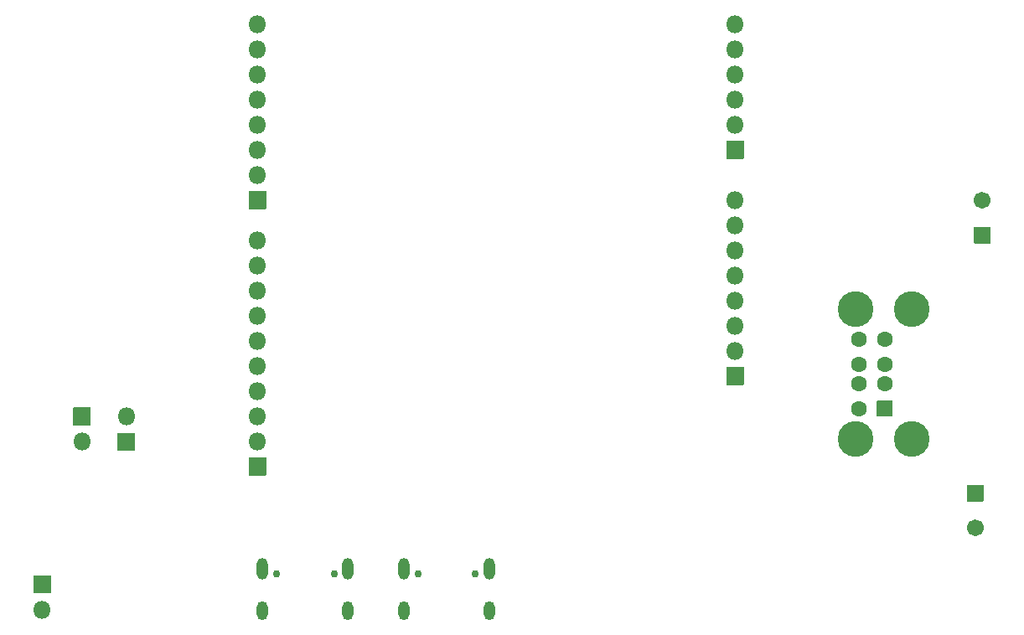
<source format=gbs>
G04 #@! TF.GenerationSoftware,KiCad,Pcbnew,8.0.8+1*
G04 #@! TF.CreationDate,2025-04-26T20:07:53+00:00*
G04 #@! TF.ProjectId,mbed-ce-ci-shield-v2,6d626564-2d63-4652-9d63-692d73686965,0*
G04 #@! TF.SameCoordinates,Original*
G04 #@! TF.FileFunction,Soldermask,Bot*
G04 #@! TF.FilePolarity,Negative*
%FSLAX46Y46*%
G04 Gerber Fmt 4.6, Leading zero omitted, Abs format (unit mm)*
G04 Created by KiCad (PCBNEW 8.0.8+1) date 2025-04-26 20:07:53*
%MOMM*%
%LPD*%
G01*
G04 APERTURE LIST*
%ADD10O,1.801600X1.801600*%
%ADD11C,1.701600*%
%ADD12C,0.751600*%
%ADD13O,1.101600X2.201600*%
%ADD14O,1.101600X1.901600*%
%ADD15C,1.601600*%
%ADD16C,3.601600*%
G04 APERTURE END LIST*
G36*
G01*
X80650800Y-72020000D02*
X80650800Y-73720000D01*
G75*
G02*
X80600000Y-73770800I-50800J0D01*
G01*
X78900000Y-73770800D01*
G75*
G02*
X78849200Y-73720000I0J50800D01*
G01*
X78849200Y-72020000D01*
G75*
G02*
X78900000Y-71969200I50800J0D01*
G01*
X80600000Y-71969200D01*
G75*
G02*
X80650800Y-72020000I0J-50800D01*
G01*
G37*
D10*
X79750000Y-70330000D03*
X79750000Y-67790000D03*
X79750000Y-65250000D03*
X79750000Y-62710000D03*
X79750000Y-60170000D03*
X79750000Y-57630000D03*
X79750000Y-55090000D03*
G36*
G01*
X153800000Y-77253451D02*
X152200000Y-77253451D01*
G75*
G02*
X152149200Y-77202651I0J50800D01*
G01*
X152149200Y-75602651D01*
G75*
G02*
X152200000Y-75551851I50800J0D01*
G01*
X153800000Y-75551851D01*
G75*
G02*
X153850800Y-75602651I0J-50800D01*
G01*
X153850800Y-77202651D01*
G75*
G02*
X153800000Y-77253451I-50800J0D01*
G01*
G37*
D11*
X153000000Y-72902651D03*
G36*
G01*
X80650800Y-98944000D02*
X80650800Y-100644000D01*
G75*
G02*
X80600000Y-100694800I-50800J0D01*
G01*
X78900000Y-100694800D01*
G75*
G02*
X78849200Y-100644000I0J50800D01*
G01*
X78849200Y-98944000D01*
G75*
G02*
X78900000Y-98893200I50800J0D01*
G01*
X80600000Y-98893200D01*
G75*
G02*
X80650800Y-98944000I0J-50800D01*
G01*
G37*
D10*
X79750000Y-97254000D03*
X79750000Y-94714000D03*
X79750000Y-92174000D03*
X79750000Y-89634000D03*
X79750000Y-87094000D03*
X79750000Y-84554000D03*
X79750000Y-82014000D03*
X79750000Y-79474000D03*
X79750000Y-76934000D03*
D12*
X95995051Y-110660000D03*
X101775051Y-110660000D03*
D13*
X94565051Y-110160000D03*
D14*
X94565051Y-114340000D03*
D13*
X103205051Y-110160000D03*
D14*
X103205051Y-114340000D03*
G36*
G01*
X128910800Y-89800000D02*
X128910800Y-91500000D01*
G75*
G02*
X128860000Y-91550800I-50800J0D01*
G01*
X127160000Y-91550800D01*
G75*
G02*
X127109200Y-91500000I0J50800D01*
G01*
X127109200Y-89800000D01*
G75*
G02*
X127160000Y-89749200I50800J0D01*
G01*
X128860000Y-89749200D01*
G75*
G02*
X128910800Y-89800000I0J-50800D01*
G01*
G37*
D10*
X128010000Y-88110000D03*
X128010000Y-85570000D03*
X128010000Y-83030000D03*
X128010000Y-80490000D03*
X128010000Y-77950000D03*
X128010000Y-75410000D03*
X128010000Y-72870000D03*
G36*
G01*
X128910800Y-66940000D02*
X128910800Y-68640000D01*
G75*
G02*
X128860000Y-68690800I-50800J0D01*
G01*
X127160000Y-68690800D01*
G75*
G02*
X127109200Y-68640000I0J50800D01*
G01*
X127109200Y-66940000D01*
G75*
G02*
X127160000Y-66889200I50800J0D01*
G01*
X128860000Y-66889200D01*
G75*
G02*
X128910800Y-66940000I0J-50800D01*
G01*
G37*
X128010000Y-65250000D03*
X128010000Y-62710000D03*
X128010000Y-60170000D03*
X128010000Y-57630000D03*
X128010000Y-55090000D03*
G36*
G01*
X67400800Y-96425000D02*
X67400800Y-98125000D01*
G75*
G02*
X67350000Y-98175800I-50800J0D01*
G01*
X65650000Y-98175800D01*
G75*
G02*
X65599200Y-98125000I0J50800D01*
G01*
X65599200Y-96425000D01*
G75*
G02*
X65650000Y-96374200I50800J0D01*
G01*
X67350000Y-96374200D01*
G75*
G02*
X67400800Y-96425000I0J-50800D01*
G01*
G37*
X66500000Y-94735000D03*
G36*
G01*
X57099200Y-112575000D02*
X57099200Y-110875000D01*
G75*
G02*
X57150000Y-110824200I50800J0D01*
G01*
X58850000Y-110824200D01*
G75*
G02*
X58900800Y-110875000I0J-50800D01*
G01*
X58900800Y-112575000D01*
G75*
G02*
X58850000Y-112625800I-50800J0D01*
G01*
X57150000Y-112625800D01*
G75*
G02*
X57099200Y-112575000I0J50800D01*
G01*
G37*
X58000000Y-114265000D03*
G36*
G01*
X61099200Y-95575000D02*
X61099200Y-93875000D01*
G75*
G02*
X61150000Y-93824200I50800J0D01*
G01*
X62850000Y-93824200D01*
G75*
G02*
X62900800Y-93875000I0J-50800D01*
G01*
X62900800Y-95575000D01*
G75*
G02*
X62850000Y-95625800I-50800J0D01*
G01*
X61150000Y-95625800D01*
G75*
G02*
X61099200Y-95575000I0J50800D01*
G01*
G37*
X62000000Y-97265000D03*
D12*
X81700000Y-110660000D03*
X87480000Y-110660000D03*
D13*
X80270000Y-110160000D03*
D14*
X80270000Y-114340000D03*
D13*
X88910000Y-110160000D03*
D14*
X88910000Y-114340000D03*
G36*
G01*
X151450000Y-101649200D02*
X153050000Y-101649200D01*
G75*
G02*
X153100800Y-101700000I0J-50800D01*
G01*
X153100800Y-103300000D01*
G75*
G02*
X153050000Y-103350800I-50800J0D01*
G01*
X151450000Y-103350800D01*
G75*
G02*
X151399200Y-103300000I0J50800D01*
G01*
X151399200Y-101700000D01*
G75*
G02*
X151450000Y-101649200I50800J0D01*
G01*
G37*
D11*
X152250000Y-106000000D03*
G36*
G01*
X143908485Y-93190000D02*
X143908485Y-94690000D01*
G75*
G02*
X143857685Y-94740800I-50800J0D01*
G01*
X142357685Y-94740800D01*
G75*
G02*
X142306885Y-94690000I0J50800D01*
G01*
X142306885Y-93190000D01*
G75*
G02*
X142357685Y-93139200I50800J0D01*
G01*
X143857685Y-93139200D01*
G75*
G02*
X143908485Y-93190000I0J-50800D01*
G01*
G37*
D15*
X143107685Y-91440000D03*
X143107685Y-89440000D03*
X143107685Y-86940000D03*
X140487685Y-93940000D03*
X140487685Y-91440000D03*
X140487685Y-89440000D03*
X140487685Y-86940000D03*
D16*
X145817685Y-97010000D03*
X145817685Y-83870000D03*
X140137685Y-97010000D03*
X140137685Y-83870000D03*
M02*

</source>
